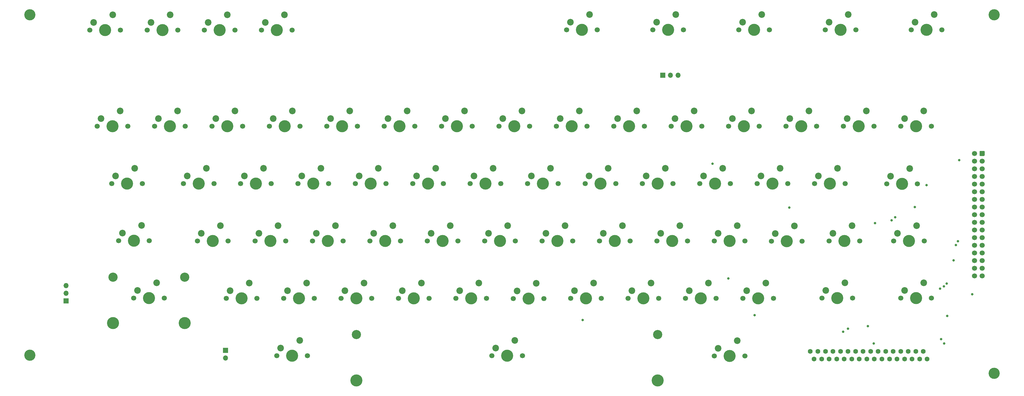
<source format=gbs>
%TF.GenerationSoftware,KiCad,Pcbnew,5.1.9+dfsg1-1~bpo10+1*%
%TF.CreationDate,2021-02-07T01:50:26+01:00*%
%TF.ProjectId,A130XE_KB_MX,41313330-5845-45f4-9b42-5f4d582e6b69,2.0*%
%TF.SameCoordinates,Original*%
%TF.FileFunction,Soldermask,Bot*%
%TF.FilePolarity,Negative*%
%FSLAX46Y46*%
G04 Gerber Fmt 4.6, Leading zero omitted, Abs format (unit mm)*
G04 Created by KiCad (PCBNEW 5.1.9+dfsg1-1~bpo10+1) date 2021-02-07 01:50:26*
%MOMM*%
%LPD*%
G01*
G04 APERTURE LIST*
%ADD10C,3.700000*%
%ADD11C,1.700000*%
%ADD12C,4.000000*%
%ADD13C,2.200000*%
%ADD14C,3.050000*%
%ADD15R,1.700000X1.700000*%
%ADD16O,1.700000X1.700000*%
%ADD17C,1.600000*%
%ADD18C,0.800000*%
G04 APERTURE END LIST*
D10*
X52000000Y-90000000D03*
D11*
X120040000Y-95080000D03*
X109880000Y-95080000D03*
D12*
X114960000Y-95080000D03*
D13*
X111150000Y-92540000D03*
X117500000Y-90000000D03*
D11*
X351140000Y-184080000D03*
X340980000Y-184080000D03*
D12*
X346060000Y-184080000D03*
D13*
X342250000Y-181540000D03*
X348600000Y-179000000D03*
X348650000Y-121900000D03*
X342300000Y-124440000D03*
D12*
X346110000Y-126980000D03*
D11*
X341030000Y-126980000D03*
X351190000Y-126980000D03*
X332140000Y-126980000D03*
X321980000Y-126980000D03*
D12*
X327060000Y-126980000D03*
D13*
X323250000Y-124440000D03*
X329600000Y-121900000D03*
X310550000Y-121900000D03*
X304200000Y-124440000D03*
D12*
X308010000Y-126980000D03*
D11*
X302930000Y-126980000D03*
X313090000Y-126980000D03*
X294040000Y-126980000D03*
X283880000Y-126980000D03*
D12*
X288960000Y-126980000D03*
D13*
X285150000Y-124440000D03*
X291500000Y-121900000D03*
X272450000Y-121900000D03*
X266100000Y-124440000D03*
D12*
X269910000Y-126980000D03*
D11*
X264830000Y-126980000D03*
X274990000Y-126980000D03*
X255940000Y-126980000D03*
X245780000Y-126980000D03*
D12*
X250860000Y-126980000D03*
D13*
X247050000Y-124440000D03*
X253400000Y-121900000D03*
X234350000Y-121900000D03*
X228000000Y-124440000D03*
D12*
X231810000Y-126980000D03*
D11*
X226730000Y-126980000D03*
X236890000Y-126980000D03*
X217840000Y-126980000D03*
X207680000Y-126980000D03*
D12*
X212760000Y-126980000D03*
D13*
X208950000Y-124440000D03*
X215300000Y-121900000D03*
X98500000Y-90000000D03*
X92150000Y-92540000D03*
D12*
X95960000Y-95080000D03*
D11*
X90880000Y-95080000D03*
X101040000Y-95080000D03*
D13*
X277200000Y-179050000D03*
X270850000Y-181590000D03*
D12*
X274660000Y-184130000D03*
D11*
X269580000Y-184130000D03*
X279740000Y-184130000D03*
X84440000Y-126980000D03*
X74280000Y-126980000D03*
D12*
X79360000Y-126980000D03*
D13*
X75550000Y-124440000D03*
X81900000Y-121900000D03*
X286750000Y-160000000D03*
X280400000Y-162540000D03*
D12*
X284210000Y-165080000D03*
D11*
X279130000Y-165080000D03*
X289290000Y-165080000D03*
X132090000Y-146030000D03*
X121930000Y-146030000D03*
D12*
X127010000Y-146030000D03*
D13*
X123200000Y-143490000D03*
X129550000Y-140950000D03*
X134350000Y-160000000D03*
X128000000Y-162540000D03*
D12*
X131810000Y-165080000D03*
D11*
X126730000Y-165080000D03*
X136890000Y-165080000D03*
X146390000Y-184130000D03*
X136230000Y-184130000D03*
D12*
X141310000Y-184130000D03*
D13*
X137500000Y-181590000D03*
X143850000Y-179050000D03*
X305750000Y-160050000D03*
X299400000Y-162590000D03*
D12*
X303210000Y-165130000D03*
D11*
X298130000Y-165130000D03*
X308290000Y-165130000D03*
X103540000Y-126980000D03*
X93380000Y-126980000D03*
D12*
X98460000Y-126980000D03*
D13*
X94650000Y-124440000D03*
X101000000Y-121900000D03*
X320050000Y-140950000D03*
X313700000Y-143490000D03*
D12*
X317510000Y-146030000D03*
D11*
X312430000Y-146030000D03*
X322590000Y-146030000D03*
X113090000Y-146030000D03*
X102930000Y-146030000D03*
D12*
X108010000Y-146030000D03*
D13*
X104200000Y-143490000D03*
X110550000Y-140950000D03*
X115250000Y-160000000D03*
X108900000Y-162540000D03*
D12*
X112710000Y-165080000D03*
D11*
X107630000Y-165080000D03*
X117790000Y-165080000D03*
X298790000Y-184130000D03*
X288630000Y-184130000D03*
D12*
X293710000Y-184130000D03*
D13*
X289900000Y-181590000D03*
X296250000Y-179050000D03*
X301000000Y-140950000D03*
X294650000Y-143490000D03*
D12*
X298460000Y-146030000D03*
D11*
X293380000Y-146030000D03*
X303540000Y-146030000D03*
X127340000Y-184130000D03*
X117180000Y-184130000D03*
D12*
X122260000Y-184130000D03*
D13*
X118450000Y-181590000D03*
X124800000Y-179050000D03*
X324850000Y-160000000D03*
X318500000Y-162540000D03*
D12*
X322310000Y-165080000D03*
D11*
X317230000Y-165080000D03*
X327390000Y-165080000D03*
X139040000Y-95080000D03*
X128880000Y-95080000D03*
D12*
X133960000Y-95080000D03*
D13*
X130150000Y-92540000D03*
X136500000Y-90000000D03*
X262900000Y-140950000D03*
X256550000Y-143490000D03*
D12*
X260360000Y-146030000D03*
D11*
X255280000Y-146030000D03*
X265440000Y-146030000D03*
X174990000Y-165080000D03*
X164830000Y-165080000D03*
D12*
X169910000Y-165080000D03*
D13*
X166100000Y-162540000D03*
X172450000Y-160000000D03*
X239100000Y-179050000D03*
X232750000Y-181590000D03*
D12*
X236560000Y-184130000D03*
D11*
X231480000Y-184130000D03*
X241640000Y-184130000D03*
X184490000Y-184130000D03*
X174330000Y-184130000D03*
D12*
X179410000Y-184130000D03*
D13*
X175600000Y-181590000D03*
X181950000Y-179050000D03*
X267700000Y-160000000D03*
X261350000Y-162540000D03*
D12*
X265160000Y-165080000D03*
D11*
X260080000Y-165080000D03*
X270240000Y-165080000D03*
X141640000Y-127000000D03*
X131480000Y-127000000D03*
D12*
X136560000Y-127000000D03*
D13*
X132750000Y-124460000D03*
X139100000Y-121920000D03*
X281950000Y-140950000D03*
X275600000Y-143490000D03*
D12*
X279410000Y-146030000D03*
D11*
X274330000Y-146030000D03*
X284490000Y-146030000D03*
X151140000Y-146030000D03*
X140980000Y-146030000D03*
D12*
X146060000Y-146030000D03*
D13*
X142250000Y-143490000D03*
X148600000Y-140950000D03*
X153390000Y-160020000D03*
X147040000Y-162560000D03*
D12*
X150850000Y-165100000D03*
D11*
X145770000Y-165100000D03*
X155930000Y-165100000D03*
X260690000Y-184130000D03*
X250530000Y-184130000D03*
D12*
X255610000Y-184130000D03*
D13*
X251800000Y-181590000D03*
X258150000Y-179050000D03*
X162900000Y-179050000D03*
X156550000Y-181590000D03*
D12*
X160360000Y-184130000D03*
D11*
X155280000Y-184130000D03*
X165440000Y-184130000D03*
X122580000Y-127000000D03*
X112420000Y-127000000D03*
D12*
X117500000Y-127000000D03*
D13*
X113690000Y-124460000D03*
X120040000Y-121920000D03*
X167650000Y-140950000D03*
X161300000Y-143490000D03*
D12*
X165110000Y-146030000D03*
D11*
X160030000Y-146030000D03*
X170190000Y-146030000D03*
X160690000Y-126980000D03*
X150530000Y-126980000D03*
D12*
X155610000Y-126980000D03*
D13*
X151800000Y-124440000D03*
X158150000Y-121900000D03*
X248620000Y-160020000D03*
X242270000Y-162560000D03*
D12*
X246080000Y-165100000D03*
D11*
X241000000Y-165100000D03*
X251160000Y-165100000D03*
X203540000Y-184130000D03*
X193380000Y-184130000D03*
D12*
X198460000Y-184130000D03*
D13*
X194650000Y-181590000D03*
X201000000Y-179050000D03*
X191500000Y-160000000D03*
X185150000Y-162540000D03*
D12*
X188960000Y-165080000D03*
D11*
X183880000Y-165080000D03*
X194040000Y-165080000D03*
X189240000Y-146030000D03*
X179080000Y-146030000D03*
D12*
X184160000Y-146030000D03*
D13*
X180350000Y-143490000D03*
X186700000Y-140950000D03*
X243870000Y-140970000D03*
X237520000Y-143510000D03*
D12*
X241330000Y-146050000D03*
D11*
X236250000Y-146050000D03*
X246410000Y-146050000D03*
X179740000Y-126980000D03*
X169580000Y-126980000D03*
D12*
X174660000Y-126980000D03*
D13*
X170850000Y-124440000D03*
X177200000Y-121900000D03*
X229600000Y-160000000D03*
X223250000Y-162540000D03*
D12*
X227060000Y-165080000D03*
D11*
X221980000Y-165080000D03*
X232140000Y-165080000D03*
X222590000Y-184180000D03*
X212430000Y-184180000D03*
D12*
X217510000Y-184180000D03*
D13*
X213700000Y-181640000D03*
X220050000Y-179100000D03*
X210550000Y-160000000D03*
X204200000Y-162540000D03*
D12*
X208010000Y-165080000D03*
D11*
X202930000Y-165080000D03*
X213090000Y-165080000D03*
X208290000Y-146030000D03*
X198130000Y-146030000D03*
D12*
X203210000Y-146030000D03*
D13*
X199400000Y-143490000D03*
X205750000Y-140950000D03*
X224800000Y-140950000D03*
X218450000Y-143490000D03*
D12*
X222260000Y-146030000D03*
D11*
X217180000Y-146030000D03*
X227340000Y-146030000D03*
X82040000Y-95080000D03*
X71880000Y-95080000D03*
D12*
X76960000Y-95080000D03*
D13*
X73150000Y-92540000D03*
X79500000Y-90000000D03*
X196250000Y-121900000D03*
X189900000Y-124440000D03*
D12*
X193710000Y-126980000D03*
D11*
X188630000Y-126980000D03*
X198790000Y-126980000D03*
X144040000Y-203180000D03*
X133880000Y-203180000D03*
D12*
X138960000Y-203180000D03*
D13*
X135150000Y-200640000D03*
X141500000Y-198100000D03*
X346250000Y-160000000D03*
X339900000Y-162540000D03*
D12*
X343710000Y-165080000D03*
D11*
X338630000Y-165080000D03*
X348790000Y-165080000D03*
X326080000Y-94970000D03*
X315920000Y-94970000D03*
D12*
X321000000Y-94970000D03*
D13*
X317190000Y-92430000D03*
X323540000Y-89890000D03*
X237750000Y-89920000D03*
X231400000Y-92460000D03*
D12*
X235210000Y-95000000D03*
D11*
X230130000Y-95000000D03*
X240290000Y-95000000D03*
X268880000Y-94970000D03*
X258720000Y-94970000D03*
D12*
X263800000Y-94970000D03*
D13*
X259990000Y-92430000D03*
X266340000Y-89890000D03*
X352090000Y-89890000D03*
X345740000Y-92430000D03*
D12*
X349550000Y-94970000D03*
D11*
X344470000Y-94970000D03*
X354630000Y-94970000D03*
D13*
X294890000Y-89920000D03*
X288540000Y-92460000D03*
D12*
X292350000Y-95000000D03*
D11*
X287270000Y-95000000D03*
X297430000Y-95000000D03*
X89330000Y-146000000D03*
X79170000Y-146000000D03*
D12*
X84250000Y-146000000D03*
D13*
X80440000Y-143460000D03*
X86790000Y-140920000D03*
X344000000Y-141000000D03*
X337650000Y-143540000D03*
D12*
X341460000Y-146080000D03*
D11*
X336380000Y-146080000D03*
X346540000Y-146080000D03*
X325040000Y-184080000D03*
X314880000Y-184080000D03*
D12*
X319960000Y-184080000D03*
D13*
X316150000Y-181540000D03*
X322500000Y-179000000D03*
X89040000Y-159920000D03*
X82690000Y-162460000D03*
D12*
X86500000Y-165000000D03*
D11*
X81420000Y-165000000D03*
X91580000Y-165000000D03*
D13*
X94000000Y-179000000D03*
X87650000Y-181540000D03*
D12*
X91460000Y-184080000D03*
D11*
X86380000Y-184080000D03*
X96540000Y-184080000D03*
D12*
X103360000Y-192320000D03*
X79560000Y-192320000D03*
D14*
X79560000Y-177080000D03*
X103360000Y-177080000D03*
D13*
X212900000Y-198100000D03*
X206550000Y-200640000D03*
D12*
X210360000Y-203180000D03*
D11*
X205280000Y-203180000D03*
X215440000Y-203180000D03*
D12*
X260360000Y-211420000D03*
X160360000Y-211420000D03*
D14*
X160360000Y-196180000D03*
X260360000Y-196180000D03*
D15*
X116900000Y-201400000D03*
D16*
X116900000Y-203940000D03*
D10*
X372000000Y-90000000D03*
X372000000Y-209000000D03*
X52000000Y-203000000D03*
D13*
X286715000Y-198145000D03*
X280365000Y-200685000D03*
D12*
X284175000Y-203225000D03*
D11*
X279095000Y-203225000D03*
X289255000Y-203225000D03*
D15*
X64000000Y-185000000D03*
D16*
X64000000Y-182460000D03*
X64000000Y-179920000D03*
X267080000Y-110000000D03*
X264540000Y-110000000D03*
D15*
X262000000Y-110000000D03*
D17*
X311000000Y-201750000D03*
X312250000Y-204250000D03*
X313500000Y-201750000D03*
X314750000Y-204250000D03*
X316000000Y-201750000D03*
X317250000Y-204250000D03*
X318500000Y-201750000D03*
X319750000Y-204250000D03*
X321000000Y-201750000D03*
X322250000Y-204250000D03*
X323500000Y-201750000D03*
X324750000Y-204250000D03*
X326000000Y-201750000D03*
X327250000Y-204250000D03*
X328500000Y-201750000D03*
X329750000Y-204250000D03*
X331000000Y-201750000D03*
X332250000Y-204250000D03*
X333500000Y-201750000D03*
X334750000Y-204250000D03*
X336000000Y-201750000D03*
X337250000Y-204250000D03*
X338500000Y-201750000D03*
X339750000Y-204250000D03*
X341000000Y-201750000D03*
X342250000Y-204250000D03*
X343500000Y-201750000D03*
X344750000Y-204250000D03*
X346000000Y-201750000D03*
X347250000Y-204250000D03*
X348500000Y-201750000D03*
X349750000Y-204250000D03*
G36*
G01*
X368850000Y-135400000D02*
X368850000Y-136600000D01*
G75*
G02*
X368600000Y-136850000I-250000J0D01*
G01*
X367400000Y-136850000D01*
G75*
G02*
X367150000Y-136600000I0J250000D01*
G01*
X367150000Y-135400000D01*
G75*
G02*
X367400000Y-135150000I250000J0D01*
G01*
X368600000Y-135150000D01*
G75*
G02*
X368850000Y-135400000I0J-250000D01*
G01*
G37*
D11*
X368000000Y-138540000D03*
X368000000Y-141080000D03*
X368000000Y-143620000D03*
X368000000Y-146160000D03*
X368000000Y-148700000D03*
X368000000Y-151240000D03*
X368000000Y-153780000D03*
X368000000Y-156320000D03*
X368000000Y-158860000D03*
X368000000Y-161400000D03*
X368000000Y-163940000D03*
X368000000Y-166480000D03*
X368000000Y-169020000D03*
X368000000Y-171560000D03*
X368000000Y-174100000D03*
X368000000Y-176640000D03*
X365460000Y-136000000D03*
X365460000Y-138540000D03*
X365460000Y-141080000D03*
X365460000Y-143620000D03*
X365460000Y-146160000D03*
X365460000Y-148700000D03*
X365460000Y-151240000D03*
X365460000Y-153780000D03*
X365460000Y-156320000D03*
X365460000Y-158860000D03*
X365460000Y-161400000D03*
X365460000Y-163940000D03*
X365460000Y-166480000D03*
X365460000Y-169020000D03*
X365460000Y-171560000D03*
X365460000Y-174100000D03*
X365460000Y-176640000D03*
D18*
X292526400Y-189688600D03*
X331999500Y-199130100D03*
X283738200Y-177497600D03*
X360362600Y-138245800D03*
X278549300Y-139399600D03*
X321872700Y-195203200D03*
X323500000Y-194241400D03*
X349567900Y-146567900D03*
X303986400Y-153979100D03*
X330057200Y-193391000D03*
X354404200Y-197680000D03*
X345661300Y-153780000D03*
X235407800Y-191342700D03*
X354091800Y-180912400D03*
X359957900Y-165191600D03*
X339131000Y-157233100D03*
X355321600Y-180127100D03*
X337988700Y-158181700D03*
X359318400Y-166402500D03*
X356266000Y-179252700D03*
X355396700Y-199110200D03*
X364721000Y-182747400D03*
X332449000Y-159121300D03*
X358556900Y-171515600D03*
X356416300Y-189942800D03*
M02*

</source>
